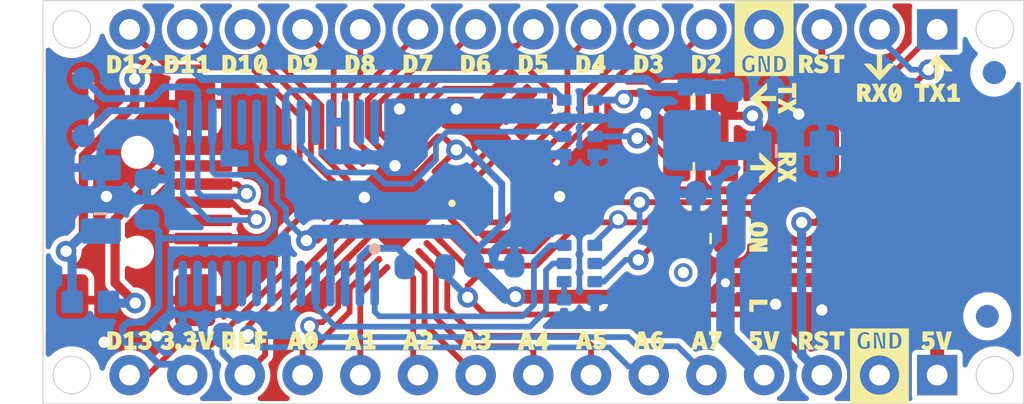
<source format=kicad_pcb>
(kicad_pcb (version 20240108) (generator "pcbnew") (generator_version "8.0")
  (layers (0 "F.Cu" signal) (31 "B.Cu" signal) (34 "B.Paste" user) (35 "F.Paste" user) (36 "B.SilkS" user "B.Silkscreen") (37 "F.SilkS" user "F.Silkscreen") (38 "B.Mask" user) (39 "F.Mask" user) (44 "Edge.Cuts" user))
  (net 0 "")
  (net 1 "/AREF")
  (net 2 "/RESET")
  (net 3 "Net-(IC1-DTR#)")
  (net 4 "Net-(D+0-P$1)")
  (net 5 "Net-(D-0-P$1)")
  (net 6 "Net-(J3-VBUS)")
  (net 7 "/RX")
  (net 9 "/TX")
  (net 11 "Net-(IC1-CBUS1)")
  (net 20 "Net-(IC1-CBUS0)")
  (net 24 "COM")
  (net 25 "+5V")
  (net 26 "3V3")
  (net 27 "/D3")
  (net 28 "VUSB")
  (net 29 "/D4")
  (net 30 "Net-(IC3-PB7(XTAL2{slash}TOSC2))")
  (net 31 "Net-(IC3-PB6(XTAL1{slash}TOSC1))")
  (net 32 "/D5")
  (net 33 "/D6")
  (net 34 "/D7")
  (net 35 "/D8")
  (net 36 "/D9")
  (net 37 "/D10")
  (net 38 "/D11{slash}MOSI")
  (net 39 "/D12{slash}MISO")
  (net 40 "/D13{slash}SCK")
  (net 41 "/A6")
  (net 42 "/A7")
  (net 43 "/A0")
  (net 44 "/A1")
  (net 45 "/A2")
  (net 46 "/A3")
  (net 47 "/A4")
  (net 48 "/A5")
  (net 49 "/D0{slash}RX")
  (net 50 "/D1{slash}TX")
  (net 51 "/D2")
  (net 53 "Net-(RP1C-1)")
  (net 54 "Net-(RP2B-2)")
  (net 55 "Net-(RP2D-2)")
  (footprint "NanoV3.3:Fiducial_1mm_Mask1.5mm" (layer "F.Cu") (at 167.6146 95.885)
    (property "Reference" "FD2" (hide yes))
    (property "Value" "DNP" (hide yes))
  )
  (footprint "NanoV3.3:LED_0805_2012Metric" (layer "F.Cu") (at 154.686 97.028 90)
    (property "Reference" "TX0" (hide yes))
    (property "Value" "Green" (hide yes))
  )
  (footprint "NanoV3.3:Silkscreen_Front" (layer "F.Cu") (at 147.32 101.6)
    (property "Reference" "Silkscreen_Front" (hide yes))
    (property "Value" "Silkscreen_Back" (hide yes))
  )
  (footprint "NanoV3.3:LED_0805_2012Metric" (layer "F.Cu") (at 154.686 100.076 90)
    (property "Reference" "RX0" (hide yes))
    (property "Value" "Red" (hide yes))
  )
  (footprint "NanoV3.3:Resonator_SMD_Murata_CSTxExxV-3Pin_3.0x1.1mm" (layer "F.Cu") (at 146.5834 97.2836 -45)
    (property "Reference" "Y1" (hide yes))
    (property "Value" "16MHz" (hide yes))
  )
  (footprint "NanoV3.3:USB_Mini-B_Lumberg_2486_01_Horizontal" (layer "F.Cu") (at 132.7912 103.2002 90)
    (property "Reference" "J3" (hide yes))
    (property "Value" "Conn_Mini_USB" (hide yes))
  )
  (footprint "NanoV3.3:TestPoint_Pad_D1.0mm" (layer "F.Cu") (at 127.508 98.679)
    (property "Reference" "D+0" (hide yes))
    (property "Value" "DNP" (hide yes))
  )
  (footprint "NanoV3.3:LED_0805_2012Metric" (layer "F.Cu") (at 154.825 103.2 -90)
    (property "Reference" "PWR1" (hide yes))
    (property "Value" "Green" (hide yes))
  )
  (footprint "NanoV3.3:VQFN-32-1EP_5x5mm_P0.5mm_EP3.254x3.254mm" (layer "F.Cu") (at 141.224 101.6508 -135)
    (property "Reference" "IC3" (hide yes))
    (property "Value" "328P-MUR" (hide yes))
  )
  (footprint "NanoV3.3:TestPoint_Pad_D1.0mm" (layer "F.Cu") (at 127.508 96.139)
    (property "Reference" "D-0" (hide yes))
    (property "Value" "DNP" (hide yes))
  )
  (footprint "NanoV3.3:Fiducial_1mm_Mask1.5mm" (layer "F.Cu") (at 163.2458 106.3752 -90)
    (property "Reference" "FD1" (hide yes))
    (property "Value" "DNP" (hide yes))
  )
  (footprint "NanoV3.3:C_0603_1608Metric" (layer "B.Cu") (at 145.5928 104.3686)
    (property "Reference" "C3" (hide yes))
    (property "Value" "1uF" (hide yes))
  )
  (footprint "NanoV3.3:Fiducial_1mm_Mask1.5mm" (layer "B.Cu") (at 167.3098 106.6292 90)
    (property "Reference" "FD3" (hide yes))
    (property "Value" "DNP" (hide yes))
  )
  (footprint "NanoV3.3:DO-220AA" (layer "B.Cu") (at 154.305 98.171 90)
    (property "Reference" "D1" (hide yes))
    (property "Value" "SS1P3L" (hide yes))
  )
  (footprint "NanoV3.3:PinHeader_1x15_P2.54mm_Vertical" (layer "B.Cu") (at 147.32 93.98 180)
    (property "Reference" "J1" (hide yes))
    (property "Value" "Conn_1x15" (hide yes))
  )
  (footprint "NanoV3.3:C_0603_1608Metric" (layer "B.Cu") (at 142.5448 104.4448 180)
    (property "Reference" "C4" (hide yes))
    (property "Value" "100nF" (hide yes))
  )
  (footprint "NanoV3.3:R_CAY16-4" (layer "B.Cu") (at 149.352 98.298 90)
    (property "Reference" "RP2" (hide yes))
    (property "Value" "1K" (hide yes))
  )
  (footprint "NanoV3.3:C_0603_1608Metric" (layer "B.Cu") (at 157.0228 96.647)
    (property "Reference" "C9" (hide yes))
    (property "Value" "100nF" (hide yes))
  )
  (footprint "NanoV3.3:C_0603_1608Metric" (layer "B.Cu") (at 132.765 107.4674 180)
    (property "Reference" "C1" (hide yes))
    (property "Value" "100nF" (hide yes))
  )
  (footprint "NanoV3.3:CP_EIA-3216-18_Kemet-A" (layer "B.Cu") (at 128.27 102.87 90)
    (property "Reference" "C2" (hide yes))
    (property "Value" "4,7uF_16V" (hide yes))
  )
  (footprint "NanoV3.3:PinHeader_1x15_P2.54mm_Vertical" (layer "B.Cu") (at 147.32 109.22 180)
    (property "Reference" "J2" (hide yes))
    (property "Value" "Conn_1x15" (hide yes))
  )
  (footprint "NanoV3.3:R_CAY16-4" (layer "B.Cu") (at 149.35 104.7 -90)
    (property "Reference" "RP1" (hide yes))
    (property "Value" "1K" (hide yes))
  )
  (footprint "NanoV3.3:Fiducial_1mm_Mask1.5mm" (layer "B.Cu") (at 167.6146 95.885 90)
    (property "Reference" "FD4" (hide yes))
    (property "Value" "DNP" (hide yes))
  )
  (footprint "NanoV3.3:SSOP-28_5.3x10.2mm_P0.65mm" (layer "B.Cu") (at 140.335 105.1814 180)
    (property "Reference" "IC1" (hide yes))
    (property "Value" "FT232RL" (hide yes))
  )
  (footprint "NanoV3.3:Fuse_0603_1608Metric" (layer "B.Cu") (at 127.8128 105.9942)
    (property "Reference" "F1" (hide yes))
    (property "Value" "MFFSMF050" (hide yes))
  )
  (footprint "NanoV3.3:C_0603_1608Metric" (layer "B.Cu") (at 130.302 101.473 -90)
    (property "Reference" "C6" (hide yes))
    (property "Value" "100nF" (hide yes))
  )
  (footprint "NanoV3.3:CP_EIA-3216-18_Kemet-A" (layer "B.Cu") (at 157.2514 99.3394)
    (property "Reference" "C5" (hide yes))
    (property "Value" "4,7uF_16V" (hide yes))
  )
  (footprint "NanoV3.3:C_0603_1608Metric" (layer "B.Cu") (at 155.3718 101.219 180)
    (property "Reference" "C7" (hide yes))
    (property "Value" "1uF" (hide yes))
  )
  (gr_circle (center 167.64 109.22) (end 168.4655 109.22) (stroke (width 0.05)) (fill none) (layer "Edge.Cuts"))
  (gr_line (start 125.73 92.71) (end 125.73 110.49) (stroke (width 0.05)) (layer "Edge.Cuts"))
  (gr_circle (center 127 109.22) (end 127.8255 109.22) (stroke (width 0.05)) (fill none) (layer "Edge.Cuts"))
  (gr_line (start 168.91 110.49) (end 168.91 92.71) (stroke (width 0.05)) (layer "Edge.Cuts"))
  (gr_circle (center 127 93.98) (end 127.8255 93.98) (stroke (width 0.05)) (fill none) (layer "Edge.Cuts"))
  (gr_circle (center 167.64 93.98) (end 168.4655 93.98) (stroke (width 0.05)) (fill none) (layer "Edge.Cuts"))
  (gr_line (start 168.91 92.71) (end 125.73 92.71) (stroke (width 0.05)) (layer "Edge.Cuts"))
  (gr_line (start 125.73 110.49) (end 168.91 110.49) (stroke (width 0.05)) (layer "Edge.Cuts"))
  (segment (start 139.314812 103.206435) (end 135.508999 107.012248) (width 0.254) (layer "F.Cu") (net 1))
  (segment (start 135.508999 108.331001) (end 134.62 109.22) (width 0.254) (layer "F.Cu") (net 1))
  (segment (start 135.508999 107.012248) (end 135.508999 108.331001) (width 0.254) (layer "F.Cu") (net 1))
  (segment (start 133.654 107.4674) (end 133.654 108.254) (width 0.3048) (layer "B.Cu") (net 1))
  (segment (start 133.654 108.254) (end 134.62 109.22) (width 0.3048) (layer "B.Cu") (net 1))
  (segment (start 157.349 106.549) (end 160.02 109.22) (width 0.254) (layer "F.Cu") (net 2))
  (segment (start 144.43 105.79) (end 145.189 106.549) (width 0.254) (layer "F.Cu") (net 2))
  (segment (start 161.163 97.155) (end 161.163 101.092) (width 0.3048) (layer "F.Cu") (net 2))
  (segment (start 160.02 93.98) (end 160.02 96.012) (width 0.3048) (layer "F.Cu") (net 2))
  (segment (start 144.43 105.79) (end 144.43 105.27675) (width 0.254) (layer "F.Cu") (net 2))
  (segment (start 160.02 96.012) (end 161.163 97.155) (width 0.3048) (layer "F.Cu") (net 2))
  (segment (start 159.766 102.489) (end 159.131 102.489) (width 0.3048) (layer "F.Cu") (net 2))
  (segment (start 144.81675 104.89) (end 143.133187 103.206438) (width 0.254) (layer "F.Cu") (net 2))
  (segment (start 144.43 105.27675) (end 144.81675 104.89) (width 0.254) (layer "F.Cu") (net 2))
  (segment (start 145.189 106.549) (end 157.349 106.549) (width 0.254) (layer "F.Cu") (net 2))
  (segment (start 161.163 101.092) (end 159.766 102.489) (width 0.3048) (layer "F.Cu") (net 2))
  (via (at 159.131 102.489) (size 0.9064) (drill 0.5) (layers "F.Cu" "B.Cu") (net 2))
  (via (at 144.43 105.79) (size 0.9064) (drill 0.5) (layers "F.Cu" "B.Cu") (net 2))
  (segment (start 143.4338 104.4448) (end 143.4338 104.7938) (width 0.3048) (layer "B.Cu") (net 2))
  (segment (start 143.4338 104.7938) (end 144.43 105.79) (width 0.3048) (layer "B.Cu") (net 2))
  (segment (start 159.131 108.331) (end 160.02 109.22) (width 0.4064) (layer "B.Cu") (net 2))
  (segment (start 159.131 102.489) (end 159.131 108.331) (width 0.4064) (layer "B.Cu") (net 2))
  (segment (start 141.351 103.632) (end 141.6558 103.9368) (width 0.3048) (layer "B.Cu") (net 3))
  (segment (start 139.6848 104.025717) (end 139.6848 105.1814) (width 0.3048) (layer "B.Cu") (net 3))
  (segment (start 140.078517 103.632) (end 139.6848 104.025717) (width 0.3048) (layer "B.Cu") (net 3))
  (segment (start 141.351 103.632) (end 140.078517 103.632) (width 0.3048) (layer "B.Cu") (net 3))
  (segment (start 141.6558 103.9368) (end 141.6558 104.4448) (width 0.3048) (layer "B.Cu") (net 3))
  (segment (start 134.467981 102.0318) (end 134.7978 102.0318) (width 0.254) (layer "F.Cu") (net 4))
  (segment (start 134.036381 101.6002) (end 134.467981 102.0318) (width 0.254) (layer "F.Cu") (net 4))
  (segment (start 132.7912 101.6002) (end 134.036381 101.6002) (width 0.254) (layer "F.Cu") (net 4))
  (segment (start 134.7978 102.0318) (end 135.128 102.362) (width 0.254) (layer "F.Cu") (net 4))
  (via (at 135.128 102.362) (size 0.8128) (drill 0.5) (layers "F.Cu" "B.Cu") (net 4))
  (segment (start 131.8895 98.171) (end 131.8895 101.2495) (width 0.254) (layer "B.Cu") (net 4))
  (segment (start 131.3769 97.5614) (end 131.8849 98.0694) (width 0.3048) (layer "B.Cu") (net 4))
  (segment (start 133.03 102.39) (end 135.1 102.39) (width 0.254) (layer "B.Cu") (net 4))
  (segment (start 131.8895 101.2495) (end 133.03 102.39) (width 0.254) (layer "B.Cu") (net 4))
  (segment (start 127.508 98.679) (end 128.6256 97.5614) (width 0.3048) (layer "B.Cu") (net 4))
  (segment (start 128.6256 97.5614) (end 131.3769 97.5614) (width 0.3048) (layer "B.Cu") (net 4))
  (segment (start 135.1 102.39) (end 135.128 102.362) (width 0.254) (layer "B.Cu") (net 4))
  (segment (start 132.7912 100.8002) (end 134.2774 100.8002) (width 0.254) (layer "F.Cu") (net 5))
  (segment (start 134.2774 100.8002) (end 134.6962 101.219) (width 0.254) (layer "F.Cu") (net 5))
  (via (at 134.6962 101.219) (size 0.8128) (drill 0.5) (layers "F.Cu" "B.Cu") (net 5))
  (segment (start 128.397 97.028) (end 127.508 96.139) (width 0.3048) (layer "B.Cu") (net 5))
  (segment (start 132.5352 98.0694) (end 132.5352 96.7212) (width 0.3048) (layer "B.Cu") (net 5))
  (segment (start 131.064 96.52) (end 132.334 96.52) (width 0.3048) (layer "B.Cu") (net 5))
  (segment (start 131.064 96.52) (end 130.556 97.028) (width 0.3048) (layer "B.Cu") (net 5))
  (segment (start 132.7404 101.346) (end 134.5692 101.346) (width 0.254) (layer "B.Cu") (net 5))
  (segment (start 132.5372 101.1428) (end 132.7404 101.346) (width 0.254) (layer "B.Cu") (net 5))
  (segment (start 134.5692 101.346) (end 134.6962 101.219) (width 0.254) (layer "B.Cu") (net 5))
  (segment (start 130.556 97.028) (end 128.397 97.028) (width 0.3048) (layer "B.Cu") (net 5))
  (segment (start 132.5352 96.7212) (end 132.334 96.52) (width 0.3048) (layer "B.Cu") (net 5))
  (segment (start 132.5372 98.0567) (end 132.5372 101.1428) (width 0.254) (layer "B.Cu") (net 5))
  (segment (start 132.7912 100.0002) (end 131.2668 100.0002) (width 0.4064) (layer "F.Cu") (net 6))
  (segment (start 128.905 105.156) (end 129.794 106.045) (width 0.4064) (layer "F.Cu") (net 6))
  (segment (start 131.2668 100.0002) (end 128.905 102.362) (width 0.4064) (layer "F.Cu") (net 6))
  (segment (start 128.905 102.362) (end 128.905 105.156) (width 0.4064) (layer "F.Cu") (net 6))
  (via (at 129.794 106.045) (size 0.9064) (drill 0.5) (layers "F.Cu" "B.Cu") (net 6))
  (segment (start 128.6636 106.045) (end 129.794 106.045) (width 0.4064) (layer "B.Cu") (net 6))
  (segment (start 140.5382 106.6292) (end 146.8374 106.6292) (width 0.254) (layer "B.Cu") (net 7))
  (segment (start 148.677 103.4988) (end 148.0628 103.4988) (width 0.254) (layer "B.Cu") (net 7))
  (segment (start 147.3454 106.1212) (end 147.3454 104.2162) (width 0.254) (layer "B.Cu") (net 7))
  (segment (start 146.8374 106.6292) (end 147.3454 106.1212) (width 0.254) (layer "B.Cu") (net 7))
  (segment (start 140.335 106.426) (end 140.5382 106.6292) (width 0.254) (layer "B.Cu") (net 7))
  (segment (start 148.0628 103.4988) (end 147.3454 104.2162) (width 0.254) (layer "B.Cu") (net 7))
  (segment (start 140.335 106.426) (end 140.335 105.1814) (width 0.254) (layer "B.Cu") (net 7))
  (segment (start 148.1772 104.2988) (end 148.677 104.2988) (width 0.254) (layer "B.Cu") (net 9))
  (segment (start 138.6078 107.0864) (end 147.1676 107.0864) (width 0.254) (layer "B.Cu") (net 9))
  (segment (start 147.1676 107.0864) (end 147.8788 106.3752) (width 0.254) (layer "B.Cu") (net 9))
  (segment (start 147.8788 106.3752) (end 147.8788 104.5972) (width 0.254) (layer "B.Cu") (net 9))
  (segment (start 147.8788 104.5972) (end 148.1772 104.2988) (width 0.254) (layer "B.Cu") (net 9))
  (segment (start 137.7348 105.1814) (end 137.7348 106.2134) (width 0.254) (layer "B.Cu") (net 9))
  (segment (start 137.7348 106.2134) (end 138.6078 107.0864) (width 0.254) (layer "B.Cu") (net 9))
  (segment (start 148.677 97.098) (end 148.2514 96.6724) (width 0.254) (layer "B.Cu") (net 11))
  (segment (start 136.6774 96.6724) (end 136.4353 96.9145) (width 0.254) (layer "B.Cu") (net 11))
  (segment (start 148.2514 96.6724) (end 136.6774 96.6724) (width 0.254) (layer "B.Cu") (net 11))
  (segment (start 136.4353 96.9145) (end 136.4353 98.0694) (width 0.254) (layer "B.Cu") (net 11))
  (segment (start 140.28 100.29) (end 138.23 100.29) (width 0.254) (layer "B.Cu") (net 20))
  (segment (start 148.658 98.679) (end 148.319 98.679) (width 0.254) (layer "B.Cu") (net 20))
  (segment (start 137.0851 99.1451) (end 138.23 100.29) (width 0.254) (layer "B.Cu") (net 20))
  (segment (start 140.78 100.79) (end 140.28 100.29) (width 0.254) (layer "B.Cu") (net 20))
  (segment (start 141.98 100.79) (end 140.78 100.79) (width 0.254) (layer "B.Cu") (net 20))
  (segment (start 148.13 98.49) (end 143.53 98.49) (width 0.254) (layer "B.Cu") (net 20))
  (segment (start 143.03 99.74) (end 143.03 98.99) (width 0.254) (layer "B.Cu") (net 20))
  (segment (start 137.0851 98.0694) (end 137.0851 99.1451) (width 0.254) (layer "B.Cu") (net 20))
  (segment (start 141.98 100.79) (end 143.03 99.74) (width 0.254) (layer "B.Cu") (net 20))
  (segment (start 148.658 98.679) (end 148.677 98.698) (width 0.254) (layer "B.Cu") (net 20))
  (segment (start 143.03 98.99) (end 143.53 98.49) (width 0.254) (layer "B.Cu") (net 20))
  (segment (start 148.319 98.679) (end 148.13 98.49) (width 0.254) (layer "B.Cu") (net 20))
  (segment (start 142.779635 99.741612) (end 141.224 101.297247) (width 0.254) (layer "F.Cu") (net 24))
  (segment (start 132.7912 103.2002) (end 132.7912 103.8606) (width 0.4064) (layer "F.Cu") (net 24))
  (segment (start 142.28466 101.6508) (end 141.224 101.6508) (width 0.254) (layer "F.Cu") (net 24))
  (segment (start 143.486742 100.448718) (end 142.28466 101.6508) (width 0.254) (layer "F.Cu") (net 24))
  (segment (start 141.224 102.004353) (end 141.224 101.6508) (width 0.254) (layer "F.Cu") (net 24))
  (segment (start 132.4312 104.2206) (end 132.7912 103.8606) (width 0.4064) (layer "F.Cu") (net 24))
  (segment (start 132.4312 105.9177) (end 132.4312 104.2206) (width 0.4064) (layer "F.Cu") (net 24))
  (segment (start 141.224 101.297247) (end 141.224 101.6508) (width 0.254) (layer "F.Cu") (net 24))
  (segment (start 139.668365 103.559988) (end 141.224 102.004353) (width 0.254) (layer "F.Cu") (net 24))
  (via (at 141.23 99.99) (size 0.9064) (drill 0.5) (layers "F.Cu" "B.Cu") (net 24))
  (via (at 148.475 101.35) (size 0.8128) (drill 0.5) (layers "F.Cu" "B.Cu") (net 24))
  (via (at 141.43 97.49) (size 0.9064) (drill 0.5) (layers "F.Cu" "B.Cu") (net 24))
  (via (at 157.988 106.0958) (size 0.8128) (drill 0.5) (layers "F.Cu" "B.Cu") (net 24))
  (via (at 139.88 101.39) (size 0.9064) (drill 0.5) (layers "F.Cu" "B.Cu") (net 24))
  (via (at 128.524 101.346) (size 0.9064) (drill 0.5) (layers "F.Cu" "B.Cu") (net 24))
  (via (at 143.93 97.49) (size 0.9064) (drill 0.5) (layers "F.Cu" "B.Cu") (net 24))
  (via (at 152.273 97.6884) (size 0.8128) (drill 0.5) (layers "F.Cu" "B.Cu") (net 24))
  (via (at 130.73 107.49) (size 0.9064) (drill 0.5) (layers "F.Cu" "B.Cu") (net 24))
  (via (at 128.4224 107.7722) (size 0.8128) (drill 0.5) (layers "F.Cu" "B.Cu") (net 24))
  (via (at 136.23 99.74) (size 0.9064) (drill 0.5) (layers "F.Cu" "B.Cu") (net 24))
  (via (at 160.02 106.3498) (size 0.8128) (drill 0.5) (layers "F.Cu" "B.Cu") (net 24))
  (via (at 159.004 97.7138) (size 0.8128) (drill 0.5) (layers "F.Cu" "B.Cu") (net 24))
  (segment (start 148.677 97.898) (end 150.027 97.898) (width 0.4064) (layer "B.Cu") (net 24))
  (segment (start 155.736011 100.076) (end 155.736011 97.028) (width 0.3556) (layer "F.Cu") (net 25))
  (segment (start 143.93 99.298353) (end 143.93 99.29) (width 0.254) (layer "F.Cu") (net 25))
  (segment (start 143.133188 100.095165) (end 143.93 99.298353) (width 0.254) (layer "F.Cu") (net 25))
  (segment (start 155.1624 105.7656) (end 146.5326 105.7656) (width 0.6096) (layer "F.Cu") (net 25))
  (segment (start 138.607705 102.499328) (end 137.817033 103.29) (width 0.254) (layer "F.Cu") (net 25))
  (segment (start 155.778 105.15) (end 155.1624 105.7656) (width 0.6096) (layer "F.Cu") (net 25))
  (segment (start 156.972 97.79) (end 155.736011 97.79) (width 0.3556) (layer "F.Cu") (net 25))
  (segment (start 155.778 105.15) (end 155.899 105.029) (width 0.6096) (layer "F.Cu") (net 25))
  (segment (start 160.410026 105.029) (end 160.432126 105.0069) (width 0.6096) (layer "F.Cu") (net 25))
  (segment (start 155.899 105.029) (end 160.410026 105.029) (width 0.6096) (layer "F.Cu") (net 25))
  (segment (start 143.3444 98.7044) (end 143.93 99.29) (width 0.254) (layer "F.Cu") (net 25))
  (segment (start 165.1 106.300053) (end 165.1 109.22) (width 0.6096) (layer "F.Cu") (net 25))
  (segment (start 160.432126 105.0069) (end 163.806847 105.0069) (width 0.6096) (layer "F.Cu") (net 25))
  (segment (start 163.806847 105.0069) (end 165.1 106.300053) (width 0.6096) (layer "F.Cu") (net 25))
  (segment (start 137.817033 103.29) (end 137.33 103.29) (width 0.254) (layer "F.Cu") (net 25))
  (segment (start 142.426082 99.388058) (end 143.10974 98.7044) (width 0.254) (layer "F.Cu") (net 25))
  (segment (start 143.10974 98.7044) (end 143.3444 98.7044) (width 0.254) (layer "F.Cu") (net 25))
  (via (at 143.93 99.29) (size 0.9064) (drill 0.5) (layers "F.Cu" "B.Cu") (net 25))
  (via (at 156.972 97.79) (size 0.9064) (drill 0.5) (layers "F.Cu" "B.Cu") (net 25))
  (via (at 155.778 105.15) (size 0.8) (drill 0.4) (layers "F.Cu" "B.Cu") (net 25))
  (via (at 137.33 103.29) (size 0.9064) (drill 0.5) (layers "F.Cu" "B.Cu") (net 25))
  (via (at 146.5326 105.7656) (size 0.9064) (drill 0.5) (layers "F.Cu" "B.Cu") (net 25))
  (segment (start 148.677 105.0988) (end 148.677 105.8988) (width 0.254) (layer "B.Cu") (net 25))
  (segment (start 157.2514 98.0694) (end 157.2514 99.3394) (width 0.3556) (layer "B.Cu") (net 25))
  (segment (start 135.1351 98.0694) (end 135.1351 99.7849) (width 0.254) (layer "B.Cu") (net 25))
  (segment (start 146.1008 105.7656) (end 144.7038 104.3686) (width 0.6096) (layer "B.Cu") (net 25))
  (segment (start 154.305 98.871) (end 154.7734 99.3394) (width 0.8128) (layer "B.Cu") (net 25))
  (segment (start 155.778 105.15) (end 155.778 107.518) (width 0.8128) (layer "B.Cu") (net 25))
  (segment (start 136.43 102.39) (end 137.33 103.29) (width 0.254) (layer "B.Cu") (net 25))
  (segment (start 157.2514 100.2284) (end 156.2608 101.219) (width 0.8128) (layer "B.Cu") (net 25))
  (segment (start 145.93 102.59) (end 145.93 100.79) (width 0.3048) (layer "B.Cu") (net 25))
  (segment (start 136.03 101.49) (end 136.03 100.6798) (width 0.254) (layer "B.Cu") (net 25))
  (segment (start 136.43 101.89) (end 136.03 101.49) (width 0.254) (layer "B.Cu") (net 25))
  (segment (start 137.723 102.897) (end 137.33 103.29) (width 0.6096) (layer "B.Cu") (net 25))
  (segment (start 145.7364 102.7836) (end 145.93 102.59) (width 0.3048) (layer "B.Cu") (net 25))
  (segment (start 136.43 101.89) (end 136.43 102.39) (width 0.254) (layer "B.Cu") (net 25))
  (segment (start 144.7038 103.8098) (end 144.7038 104.3686) (width 0.6096) (layer "B.Cu") (net 25))
  (segment (start 155.778 107.518) (end 157.48 109.22) (width 0.8128) (layer "B.Cu") (net 25))
  (segment (start 145.73 102.7836) (end 145.7364 102.7836) (width 0.3048) (layer "B.Cu") (net 25))
  (segment (start 154.7734 99.3394) (end 157.2514 99.3394) (width 0.8128) (layer "B.Cu") (net 25))
  (segment (start 156.2608 103.5302) (end 156.2608 101.219) (width 0.8128) (layer "B.Cu") (net 25))
  (segment (start 155.778 105.15) (end 155.778 104.013) (width 0.8128) (layer "B.Cu") (net 25))
  (segment (start 138.384991 105.1814) (end 138.384991 102.897) (width 0.3048) (layer "B.Cu") (net 25))
  (segment (start 146.5326 105.7656) (end 146.1008 105.7656) (width 0.6096) (layer "B.Cu") (net 25))
  (segment (start 145.73 102.7836) (end 144.7038 103.8098) (width 0.3048) (layer "B.Cu") (net 25))
  (segment (start 144.43 99.29) (end 143.93 99.29) (width 0.3048) (layer "B.Cu") (net 25))
  (segment (start 136.03 100.6798) (end 135.1351 99.7849) (width 0.254) (layer "B.Cu") (net 25))
  (segment (start 143.891 102.897) (end 137.723 102.897) (width 0.6096) (layer "B.Cu") (net 25))
  (segment (start 144.7038 103.8098) (end 143.891 102.897) (width 0.6096) (layer "B.Cu") (net 25))
  (segment (start 157.2514 99.3394) (end 157.2514 100.2284) (width 0.8128) (layer "B.Cu") (net 25))
  (segment (start 156.972 97.79) (end 157.2514 98.0694) (width 0.3556) (layer "B.Cu") (net 25))
  (segment (start 145.93 100.79) (end 144.43 99.29) (width 0.3048) (layer "B.Cu") (net 25))
  (segment (start 155.778 104.013) (end 156.2608 103.5302) (width 0.8128) (layer "B.Cu") (net 25))
  (segment (start 129.48 106.89) (end 129.23 107.14) (width 0.3048) (layer "B.Cu") (net 26))
  (segment (start 133.1849 100.2449) (end 133.33 100.39) (width 0.254) (layer "B.Cu") (net 26))
  (segment (start 133.33 100.39) (end 135.0356 100.39) (width 0.254) (layer "B.Cu") (net 26))
  (segment (start 130.83 106.19) (end 130.13 106.89) (width 0.3048) (layer "B.Cu") (net 26))
  (segment (start 130.13 106.89) (end 129.48 106.89) (width 0.3048) (layer "B.Cu") (net 26))
  (segment (start 130.03 107.94) (end 130.83 108.74) (width 0.3048) (layer "B.Cu") (net 26))
  (segment (start 135.0356 100.39) (end 135.0356 100.3956) (width 0.254) (layer "B.Cu") (net 26))
  (segment (start 129.23 107.14) (end 129.23 107.69) (width 0.3048) (layer "B.Cu") (net 26))
  (segment (start 130.83 102.89) (end 130.83 106.19) (width 0.3048) (layer "B.Cu") (net 26))
  (segment (start 129.48 107.94) (end 130.03 107.94) (width 0.3048) (layer "B.Cu") (net 26))
  (segment (start 130.302 102.362) (end 130.83 102.89) (width 0.3048) (layer "B.Cu") (net 26))
  (segment (start 135.93 102.69) (end 135.43 103.19) (width 0.254) (layer "B.Cu") (net 26))
  (segment (start 135.93 102.04) (end 135.53 101.64) (width 0.254) (layer "B.Cu") (net 26))
  (segment (start 135.430006 103.189989) (end 130.82999 103.189989) (width 0.254) (layer "B.Cu") (net 26))
  (segment (start 133.1849 98.0694) (end 133.1849 100.2449) (width 0.254) (layer "B.Cu") (net 26))
  (segment (start 130.83 108.74) (end 131.6 108.74) (width 0.3048) (layer "B.Cu") (net 26))
  (segment (start 132.08 109.22) (end 131.599991 108.739991) (width 0.3048) (layer "B.Cu") (net 26))
  (segment (start 135.93 102.69) (end 135.93 102.04) (width 0.254) (layer "B.Cu") (net 26))
  (segment (start 135.0356 100.3956) (end 135.53 100.89) (width 0.254) (layer "B.Cu") (net 26))
  (segment (start 135.53 101.64) (end 135.53 100.89) (width 0.254) (layer "B.Cu") (net 26))
  (segment (start 129.23 107.69) (end 129.48 107.94) (width 0.3048) (layer "B.Cu") (net 26))
  (segment (start 145.559673 99.79) (end 147.352 99.79) (width 0.254) (layer "F.Cu") (net 27))
  (segment (start 144.193848 101.155825) (end 145.559673 99.79) (width 0.254) (layer "F.Cu") (net 27))
  (segment (start 149.4282 96.9518) (end 149.4282 97.7138) (width 0.254) (layer "F.Cu") (net 27))
  (segment (start 149.4282 97.7138) (end 147.352 99.79) (width 0.254) (layer "F.Cu") (net 27))
  (segment (start 152.4 93.98) (end 149.4282 96.9518) (width 0.254) (layer "F.Cu") (net 27))
  (segment (start 129.7686 96.1644) (end 129.7686 97.3074) (width 0.4064) (layer "F.Cu") (net 28))
  (segment (start 127.508 99.568) (end 127.508 102.997) (width 0.4064) (layer "F.Cu") (net 28))
  (segment (start 127.508 99.568) (end 129.7686 97.3074) (width 0.4064) (layer "F.Cu") (net 28))
  (segment (start 127.508 102.997) (end 126.746 103.759) (width 0.4064) (layer "F.Cu") (net 28))
  (via (at 129.7686 96.1644) (size 0.9064) (drill 0.5) (layers "F.Cu" "B.Cu") (net 28))
  (via (at 126.746 103.759) (size 0.9064) (drill 0.5) (layers "F.Cu" "B.Cu") (net 28))
  (segment (start 154.304 96.52) (end 152.6794 96.52) (width 0.3556) (layer "B.Cu") (net 28))
  (segment (start 127.0128 104.0258) (end 126.746 103.759) (width 0.4064) (layer "B.Cu") (net 28))
  (segment (start 152.2984 96.1644) (end 132.7404 96.1644) (width 0.3556) (layer "B.Cu") (net 28))
  (segment (start 152.6794 96.52) (end 152.4762 96.3168) (width 0.3556) (layer "B.Cu") (net 28))
  (segment (start 128.27 102.87) (end 127.635 102.87) (width 0.4064) (layer "B.Cu") (net 28))
  (segment (start 132.334 95.758) (end 130.175 95.758) (width 0.3556) (layer "B.Cu") (net 28))
  (segment (start 127.0128 105.9942) (end 127.0128 104.0258) (width 0.4064) (layer "B.Cu") (net 28))
  (segment (start 127.635 102.87) (end 126.746 103.759) (width 0.4064) (layer "B.Cu") (net 28))
  (segment (start 132.7404 96.1644) (end 132.334 95.758) (width 0.3556) (layer "B.Cu") (net 28))
  (segment (start 152.2984 96.1644) (end 152.4762 96.3168) (width 0.3556) (layer "B.Cu") (net 28))
  (segment (start 130.175 95.758) (end 129.7686 96.1644) (width 0.3556) (layer "B.Cu") (net 28))
  (segment (start 156.0078 96.521) (end 154.305 96.521) (width 0.6096) (layer "B.Cu") (net 28))
  (segment (start 156.1338 96.647) (end 156.0078 96.521) (width 0.6096) (layer "B.Cu") (net 28))
  (segment (start 143.840295 100.802272) (end 145.352567 99.29) (width 0.254) (layer "F.Cu") (net 29))
  (segment (start 149.86 93.98) (end 149.86 94.234) (width 0.254) (layer "F.Cu") (net 29))
  (segment (start 145.352567 99.29) (end 147.1662 99.29) (width 0.254) (layer "F.Cu") (net 29))
  (segment (start 148.8186 95.2754) (end 148.8186 97.6376) (width 0.254) (layer "F.Cu") (net 29))
  (segment (start 148.8186 97.6376) (end 147.1662 99.29) (width 0.254) (layer "F.Cu") (net 29))
  (segment (start 149.86 94.234) (end 148.8186 95.2754) (width 0.254) (layer "F.Cu") (net 29))
  (segment (start 146.23 95.19) (end 145.281 96.139) (width 0.254) (layer "F.Cu") (net 30))
  (segment (start 148.0566 96.6978) (end 146.5488 95.19) (width 0.254) (layer "F.Cu") (net 30))
  (segment (start 142.43 96.89) (end 142.43 97.969927) (width 0.254) (layer "F.Cu") (net 30))
  (segment (start 148.0566 97.224614) (end 148.0566 96.6978) (width 0.254) (layer "F.Cu") (net 30))
  (segment (start 146.5488 95.19) (end 146.23 95.19) (width 0.254) (layer "F.Cu") (net 30))
  (segment (start 147.290507 97.990707) (end 148.0566 97.224614) (width 0.254) (layer "F.Cu") (net 30))
  (segment (start 143.181 96.139) (end 142.43 96.89) (width 0.254) (layer "F.Cu") (net 30))
  (segment (start 142.43 97.969927) (end 141.718975 98.680952) (width 0.254) (layer "F.Cu") (net 30))
  (segment (start 145.281 96.139) (end 143.181 96.139) (width 0.254) (layer "F.Cu") (net 30))
  (segment (start 142.93 97.0746) (end 143.40888 96.59572) (width 0.254) (layer "F.Cu") (net 31))
  (segment (start 142.93 98.177033) (end 142.93 97.0746) (width 0.254) (layer "F.Cu") (net 31))
  (segment (start 143.40888 96.59572) (end 145.857066 96.59572) (width 0.254) (layer "F.Cu") (net 31))
  (segment (start 142.072528 99.034505) (end 142.93 98.177033) (width 0.254) (layer "F.Cu") (net 31))
  (segment (start 146.5834 94.7166) (end 147.32 93.98) (width 0.254) (layer "F.Cu") (net 32))
  (segment (start 140.53 98.481927) (end 140.53 97.2394) (width 0.254) (layer "F.Cu") (net 32))
  (segment (start 142.08808 95.68228) (end 145.05892 95.68228) (width 0.254) (layer "F.Cu") (net 32))
  (segment (start 140.729025 98.680952) (end 140.53 98.481927) (width 0.254) (layer "F.Cu") (net 32))
  (segment (start 140.53 97.2394) (end 142.0876 95.6818) (width 0.254) (layer "F.Cu") (net 32))
  (segment (start 145.05892 95.68228) (end 146.0246 94.7166) (width 0.254) (layer "F.Cu") (net 32))
  (segment (start 146.0246 94.7166) (end 146.5834 94.7166) (width 0.254) (layer "F.Cu") (net 32))
  (segment (start 142.0876 95.6818) (end 142.08808 95.68228) (width 0.254) (layer "F.Cu") (net 32))
  (segment (start 143.5354 95.2246) (end 144.78 93.98) (width 0.254) (layer "F.Cu") (net 33))
  (segment (start 140.03 97.079) (end 141.8844 95.2246) (width 0.254) (layer "F.Cu") (net 33))
  (segment (start 140.03 98.689033) (end 140.03 97.079) (width 0.254) (layer "F.Cu") (net 33))
  (segment (start 140.375472 99.034505) (end 140.03 98.689033) (width 0.254) (layer "F.Cu") (net 33))
  (segment (start 141.8844 95.2246) (end 143.5354 95.2246) (width 0.254) (layer "F.Cu") (net 33))
  (segment (start 140.021918 99.388058) (end 139.53 98.89614) (width 0.254) (layer "F.Cu") (net 34))
  (segment (start 142.24 93.98) (end 142.24 94.18) (width 0.254) (layer "F.Cu") (net 34))
  (segment (start 139.53 98.89614) (end 139.53 96.89) (width 0.254) (layer "F.Cu") (net 34))
  (segment (start 139.53 96.89) (end 142.24 94.18) (width 0.254) (layer "F.Cu") (net 34))
  (segment (start 139.03 99.103247) (end 139.03 96.69) (width 0.254) (layer "F.Cu") (net 35))
  (segment (start 139.668365 99.741612) (end 139.03 99.103247) (width 0.254) (layer "F.Cu") (net 35))
  (segment (start 139.7 93.98) (end 139.7 96.02) (width 0.254) (layer "F.Cu") (net 35))
  (segment (start 139.7 96.02) (end 139.03 96.69) (width 0.254) (layer "F.Cu") (net 35))
  (segment (start 138.53 95.35) (end 137.16 93.98) (width 0.254) (layer "F.Cu") (net 36))
  (segment (start 139.314812 100.095165) (end 138.53 99.310353) (width 0.254) (layer "F.Cu") (net 36))
  (segment (start 138.53 99.310353) (end 138.53 95.35) (width 0.254) (layer "F.Cu") (net 36))
  (segment (start 138.961258 100.448718) (end 137.98672 99.47418) (width 0.254) (layer "F.Cu") (net 37))
  (segment (start 137.98672 99.47418) (end 137.98672 97.34672) (width 0.254) (layer "F.Cu") (net 37))
  (segment (start 137.98672 97.34672) (end 134.62 93.98) (width 0.254) (layer "F.Cu") (net 37))
  (segment (start 132.08 93.98) (end 133.29968 95.19968) (width 0.254) (layer "F.Cu") (net 38))
  (segment (start 137.53 97.5504) (end 135.1788 95.1992) (width 0.254) (layer "F.Cu") (net 38))
  (segment (start 133.29968 95.19968) (end 135.17832 95.19968) (width 0.254) (layer "F.Cu") (net 38))
  (segment (start 138.607705 100.802272) (end 137.53 99.724567) (width 0.254) (layer "F.Cu") (net 38))
  (segment (start 137.53 99.724567) (end 137.53 97.5504) (width 0.254) (layer "F.Cu") (net 38))
  (segment (start 135.17832 95.19968) (end 135.1788 95.1992) (width 0.254) (layer "F.Cu") (net 38))
  (segment (start 138.254152 101.155825) (end 137.03 99.931673) (width 0.254) (layer "F.Cu") (net 39))
  (segment (start 134.8994 95.6564) (end 131.2164 95.6564) (width 0.254) (layer "F.Cu") (net 39))
  (segment (start 137.03 97.787) (end 134.8994 95.6564) (width 0.254) (layer "F.Cu") (net 39))
  (segment (start 129.54 93.98) (end 131.2164 95.6564) (width 0.254) (layer "F.Cu") (net 39))
  (segment (start 137.03 99.931673) (end 137.03 97.787) (width 0.254) (layer "F.Cu") (net 39))
  (segment (start 130.35 109.22) (end 129.54 109.22) (width 0.254) (layer "F.Cu") (net 40))
  (segment (start 133.13 107.89) (end 136.43 104.59) (width 0.254) (layer "F.Cu") (net 40))
  (segment (start 137.174225 102.145775) (end 136.43 102.89) (width 0.254) (layer "F.Cu") (net 40))
  (segment (start 138.254152 102.145775) (end 137.174225 102.145775) (width 0.254) (layer "F.Cu") (net 40))
  (segment (start 131.68 107.89) (end 130.35 109.22) (width 0.254) (layer "F.Cu") (net 40))
  (segment (start 133.13 107.89) (end 131.68 107.89) (width 0.254) (layer "F.Cu") (net 40))
  (segment (start 136.43 104.59) (end 136.43 102.89) (width 0.254) (layer "F.Cu") (net 40))
  (segment (start 134.7724 107.04174) (end 134.7724 107.442) (width 0.254) (layer "F.Cu") (net 41))
  (segment (start 138.961258 102.852882) (end 134.7724 107.04174) (width 0.254) (layer "F.Cu") (net 41))
  (via (at 134.7724 107.442) (size 0.8128) (drill 0.5) (layers "F.Cu" "B.Cu") (net 41))
  (segment (start 135.3312 108.0008) (end 150.6728 108.0008) (width 0.254) (layer "B.Cu") (net 41))
  (segment (start 152.019 108.839) (end 152.4 109.22) (width 0.254) (layer "B.Cu") (net 41))
  (segment (start 134.7724 107.442) (end 135.3312 108.0008) (width 0.254) (layer "B.Cu") (net 41))
  (segment (start 150.6728 108.0008) (end 151.511 108.839) (width 0.254) (layer "B.Cu") (net 41))
  (segment (start 151.511 108.839) (end 152.019 108.839) (width 0.254) (layer "B.Cu") (net 41))
  (segment (start 140.021918 103.913542) (end 138.73 105.20546) (width 0.254) (layer "F.Cu") (net 42))
  (segment (start 138.73 105.20546) (end 138.73 106.19) (width 0.254) (layer "F.Cu") (net 42))
  (segment (start 137.6358 106.89) (end 138.03 106.89) (width 0.254) (layer "F.Cu") (net 42))
  (segment (start 137.4648 107.061) (end 137.6358 106.89) (width 0.254) (layer "F.Cu") (net 42))
  (segment (start 138.73 106.19) (end 138.03 106.89) (width 0.254) (layer "F.Cu") (net 42))
  (via (at 137.4648 107.061) (size 0.8128) (drill 0.5) (layers "F.Cu" "B.Cu") (net 42))
  (segment (start 153.67 107.95) (end 154.94 109.22) (width 0.254) (layer "B.Cu") (net 42))
  (segment (start 151.4856 107.5436) (end 151.892 107.95) (width 0.254) (layer "B.Cu") (net 42))
  (segment (start 151.892 107.95) (end 153.67 107.95) (width 0.254) (layer "B.Cu") (net 42))
  (segment (start 137.9474 107.5436) (end 137.4648 107.061) (width 0.254) (layer "B.Cu") (net 42))
  (segment (start 151.4856 107.5436) (end 137.9474 107.5436) (width 0.254) (layer "B.Cu") (net 42))
  (segment (start 139.23 105.412567) (end 139.23 106.4388) (width 0.254) (layer "F.Cu") (net 43))
  (segment (start 140.375472 104.267095) (end 139.23 105.412567) (width 0.254) (layer "F.Cu") (net 43))
  (segment (start 137.16 108.1024) (end 137.3124 107.95) (width 0.254) (layer "F.Cu") (net 43))
  (segment (start 139.23 106.4388) (end 137.7188 107.95) (width 0.254) (layer "F.Cu") (net 43))
  (segment (start 137.16 109.22) (end 137.16 108.1024) (width 0.254) (layer "F.Cu") (net 43))
  (segment (start 137.3124 107.95) (end 137.7188 107.95) (width 0.254) (layer "F.Cu") (net 43))
  (segment (start 139.7 105.649675) (end 140.729025 104.62065) (width 0.254) (layer "F.Cu") (net 44))
  (segment (start 139.7 109.22) (end 139.7 105.649675) (width 0.254) (layer "F.Cu") (net 44))
  (segment (start 142.029993 104.931666) (end 141.718975 104.620648) (width 0.254) (layer "F.Cu") (net 45))
  (segment (start 142.029993 109.009993) (end 142.029993 104.931666) (width 0.254) (layer "F.Cu") (net 45))
  (segment (start 142.24 109.22) (end 142.029993 109.009993) (width 0.254) (layer "F.Cu") (net 45))
  (segment (start 142.072528 104.267095) (end 142.53 104.724567) (width 0.254) (layer "F.Cu") (net 46))
  (segment (start 142.53 106.97) (end 144.78 109.22) (width 0.254) (layer "F.Cu") (net 46))
  (segment (start 142.53 104.724567) (end 142.53 106.97) (width 0.254) (layer "F.Cu") (net 46))
  (segment (start 147.1168 107.95) (end 147.32 108.1532) (width 0.254) (layer "F.Cu") (net 47))
  (segment (start 143.03 104.51746) (end 143.03 106.69) (width 0.254) (layer "F.Cu") (net 47))
  (segment (start 147.1168 107.95) (end 144.29 107.95) (width 0.254) (layer "F.Cu") (net 47))
  (segment (start 143.03 106.69) (end 144.29 107.95) (width 0.254) (layer "F.Cu") (net 47))
  (segment (start 147.32 108.1532) (end 147.32 109.22) (width 0.254) (layer "F.Cu") (net 47))
  (segment (start 142.426082 103.913542) (end 143.03 104.51746) (width 0.254) (layer "F.Cu") (net 47))
  (segment (start 149.4536 107.4928) (end 149.86 107.8992) (width 0.254) (layer "F.Cu") (net 48))
  (segment (start 144.7328 107.4928) (end 149.4536 107.4928) (width 0.254) (layer "F.Cu") (net 48))
  (segment (start 144.7328 107.4928) (end 143.53 106.29) (width 0.254) (layer "F.Cu") (net 48))
  (segment (start 143.53 104.310353) (end 143.53 106.29) (width 0.254) (layer "F.Cu") (net 48))
  (segment (start 149.86 107.8992) (end 149.86 109.22) (width 0.254) (layer "F.Cu") (net 48))
  (segment (start 142.779635 103.559988) (end 143.53 104.310353) (width 0.254) (layer "F.Cu") (net 48))
  (segment (start 157.226 102.489) (end 157.226 103.251) (width 0.254) (layer "F.Cu") (net 49))
  (segment (start 162.814 98.171) (end 163.83 97.155) (width 0.254) (layer "F.Cu") (net 49))
  (segment (start 151.1808 102.489) (end 151.0538 102.362) (width 0.254) (layer "F.Cu") (net 49))
  (segment (start 152.273 102.489) (end 151.1808 102.489) (width 0.254) (layer "F.Cu") (net 49))
  (segment (start 163.83 97.155) (end 163.83 96.647) (width 0.254) (layer "F.Cu") (net 49))
  (segment (start 163.83 96.647) (end 164.719 95.758) (width 0.254) (layer "F.Cu") (net 49))
  (segment (start 150.9268 102.489) (end 151.0538 102.362) (width 0.254) (layer "F.Cu") (net 49))
  (segment (start 156.845 102.108) (end 157.226 102.489) (width 0.254) (layer "F.Cu") (net 49))
  (segment (start 149.352 102.489) (end 147.447 104.394) (width 0.254) (layer "F.Cu") (net 49))
  (segment (start 152.654 102.108) (end 152.273 102.489) (width 0.254) (layer "F.Cu") (net 49))
  (segment (start 162.814 101.727) (end 162.814 98.171) (width 0.254) (layer "F.Cu") (net 49))
  (segment (start 152.654 102.108) (end 156.845 102.108) (width 0.254) (layer "F.Cu") (net 49))
  (segment (start 157.226 103.251) (end 158.369 104.394) (width 0.254) (layer "F.Cu") (net 49))
  (segment (start 145.02786 104.394) (end 147.447 104.394) (width 0.254) (layer "F.Cu") (net 49))
  (segment (start 160.147 104.394) (end 162.814 101.727) (width 0.254) (layer "F.Cu") (net 49))
  (segment (start 149.352 102.489) (end 150.9268 102.489) (width 0.254) (layer "F.Cu") (net 49))
  (segment (start 158.369 104.394) (end 160.147 104.394) (width 0.254) (layer "F.Cu") (net 49))
  (segment (start 143.486742 102.852882) (end 145.02786 104.394) (width 0.254) (layer "F.Cu") (net 49))
  (via (at 151.0538 102.362) (size 0.8128) (drill 0.5) (layers "F.Cu" "B.Cu") (net 49))
  (via (at 164.719 95.758) (size 0.9064) (drill 0.5) (layers "F.Cu" "B.Cu") (net 49))
  (segment (start 150.027 103.3888) (end 151.0538 102.362) (width 0.254) (layer "B.Cu") (net 49))
  (segment (start 150.027 103.4988) (end 150.027 103.3888) (width 0.254) (layer "B.Cu") (net 49))
  (segment (start 162.56 94.361) (end 163.957 95.758) (width 0.254) (layer "B.Cu") (net 49))
  (segment (start 164.719 95.758) (end 163.957 95.758) (width 0.254) (layer "B.Cu") (net 49))
  (segment (start 162.56 93.98) (end 162.56 94.361) (width 0.254) (layer "B.Cu") (net 49))
  (segment (start 162.306 97.79) (end 163.195 96.901) (width 0.254) (layer "F.Cu") (net 50))
  (segment (start 157.099 101.6) (end 151.9936 101.6) (width 0.254) (layer "F.Cu") (net 50))
  (segment (start 147.32 103.759) (end 149.098 101.981) (width 0.254) (layer "F.Cu") (net 50))
  (segment (start 147.32 103.759) (end 145.099962 103.759) (width 0.254) (layer "F.Cu") (net 50))
  (segment (start 159.893 103.886) (end 162.306 101.473) (width 0.254) (layer "F.Cu") (net 50))
  (segment (start 150.622 101.6) (end 150.241 101.981) (width 0.254) (layer "F.Cu") (net 50))
  (segment (start 162.306 101.473) (end 162.306 97.79) (width 0.254) (layer "F.Cu") (net 50))
  (segment (start 163.195 96.901) (end 163.195 95.885) (width 0.254) (layer "F.Cu") (net 50))
  (segment (start 157.099 101.6) (end 157.734 102.235) (width 0.254) (layer "F.Cu") (net 50))
  (segment (start 149.098 101.981) (end 150.241 101.981) (width 0.254) (layer "F.Cu") (net 50))
  (segment (start 145.099962 103.759) (end 143.840293 102.499332) (width 0.254) (layer "F.Cu") (net 50))
  (segment (start 151.9936 101.6) (end 150.622 101.6) (width 0.254) (layer "F.Cu") (net 50))
  (segment (start 158.623 103.886) (end 159.893 103.886) (width 0.254) (layer "F.Cu") (net 50))
  (segment (start 157.734 102.235) (end 157.734 102.997) (width 0.254) (layer "F.Cu") (net 50))
  (segment (start 157.734 102.997) (end 158.623 103.886) (width 0.254) (layer "F.Cu") (net 50))
  (segment (start 163.195 95.885) (end 165.1 93.98) (width 0.254) (layer "F.Cu") (net 50))
  (via (at 151.9936 101.6) (size 0.9064) (drill 0.5) (layers "F.Cu" "B.Cu") (net 50))
  (segment (start 151.9936 102.7176) (end 150.4124 104.2988) (width 0.254) (layer "B.Cu") (net 50))
  (segment (start 150.027 104.2988) (end 150.4124 104.2988) (width 0.254) (layer "B.Cu") (net 50))
  (segment (start 151.9936 101.6) (end 151.9936 102.7176) (width 0.254) (layer "B.Cu") (net 50))
  (segment (start 153.67 95.25) (end 154.94 93.98) (width 0.254) (layer "F.Cu") (net 51))
  (segment (start 151.8666 95.25) (end 153.67 95.25) (width 0.254) (layer "F.Cu") (net 51))
  (segment (start 150.0886 97.79) (end 150.0886 97.028) (width 0.254) (layer "F.Cu") (net 51))
  (segment (start 148.03 99.8486) (end 150.0886 97.79) (width 0.254) (layer "F.Cu") (net 51))
  (segment (start 148.03 100.49) (end 148.03 99.8486) (width 0.254) (layer "F.Cu") (net 51))
  (segment (start 146.03 102.49) (end 148.03 100.49) (width 0.254) (layer "F.Cu") (net 51))
  (segment (start 144.193848 102.145775) (end 144.538073 102.49) (width 0.254) (layer "F.Cu") (net 51))
  (segment (start 144.538073 102.49) (end 146.03 102.49) (width 0.254) (layer "F.Cu") (net 51))
  (segment (start 150.0886 97.028) (end 151.8666 95.25) (width 0.254) (layer "F.Cu") (net 51))
  (segment (start 152.9588 103.124) (end 153.636 103.124) (width 0.254) (layer "F.Cu") (net 53))
  (segment (start 151.9428 104.14) (end 152.9588 103.124) (width 0.254) (layer "F.Cu") (net 53))
  (via (at 153.924 104.6988) (size 0.8128) (drill 0.5) (layers "F.Cu" "B.Cu") (net 53))
  (via (at 151.9428 104.14) (size 0.9064) (drill 0.5) (layers "F.Cu" "B.Cu") (net 53))
  (segment (start 150.027 105.0988) (end 150.4252 105.0988) (width 0.254) (layer "B.Cu") (net 53))
  (segment (start 151.384 104.14) (end 151.9428 104.14) (width 0.254) (layer "B.Cu") (net 53))
  (segment (start 150.4252 105.0988) (end 151.384 104.14) (width 0.254) (layer "B.Cu") (net 53))
  (segment (start 153.636 100.076) (end 152.3406 98.7806) (width 0.3048) (layer "F.Cu") (net 54))
  (segment (start 152.3406 98.7806) (end 151.892 98.7806) (width 0.3048) (layer "F.Cu") (net 54))
  (via (at 151.892 98.7806) (size 0.9064) (drill 0.5) (layers "F.Cu" "B.Cu") (net 54))
  (segment (start 150.027 98.698) (end 151.8094 98.698) (width 0.254) (layer "B.Cu") (net 54))
  (segment (start 151.8094 98.698) (end 151.892 98.7806) (width 0.254) (layer "B.Cu") (net 54))
  (segment (start 153.4074 96.7994) (end 151.5618 96.7994) (width 0.3048) (layer "F.Cu") (net 55))
  (segment (start 153.636 97.028) (end 153.4074 96.7994) (width 0.3048) (layer "F.Cu") (net 55))
  (segment (start 151.5618 96.7994) (end 151.3078 97.0534) (width 0.3048) (layer "F.Cu") (net 55))
  (via (at 151.3078 97.0534) (size 0.8128) (drill 0.5) (layers "F.Cu" "B.Cu") (net 55))
  (segment (start 151.2632 97.098) (end 151.3078 97.0534) (width 0.3048) (layer "B.Cu") (net 55))
  (segment (start 150.027 97.098) (end 151.2632 97.098) (width 0.3048) (layer "B.Cu") (net 55))
  (zone (net 0) (net_name "") (layer "F.Cu") (connect_pads (clearance 0)) (min_thickness 0.254)
    (keepout (tracks not_allowed) (vias not_allowed) (pads not_allowed) (copperpour not_allowed) (footprints allowed))
    (fill (thermal_gap 0.508) (thermal_bridge_width 0.508))
    (polygon (pts (xy 168.91 109.22) (xy 168.890706 108.999467) (xy 168.83341 108.785634) (xy 168.739852 108.585) (xy 168.612876 108.40366) (xy 168.45634 108.247124) (xy 168.275 108.120148) (xy 168.074366 108.02659) (xy 167.860533 107.969294) (xy 167.64 107.95) (xy 167.419467 107.969294) (xy 167.205634 108.02659) (xy 167.005 108.120148) (xy 166.82366 108.247124) (xy 166.667124 108.40366) (xy 166.540148 108.585) (xy 166.44659 108.785634) (xy 166.389294 108.999467) (xy 166.37 109.22) (xy 166.389294 109.440533) (xy 166.44659 109.654366) (xy 166.540148 109.855) (xy 166.667124 110.03634) (xy 166.82366 110.192876) (xy 167.005 110.319852) (xy 167.205634 110.41341) (xy 167.419467 110.470706) (xy 167.64 110.49) (xy 167.860533 110.470706) (xy 168.074366 110.41341) (xy 168.275 110.319852) (xy 168.45634 110.192876) (xy 168.612876 110.03634) (xy 168.739852 109.855) (xy 168.83341 109.654366) (xy 168.890706 109.440533)))
    (polygon (pts (xy 168.656 109.22) (xy 168.640565 109.043573) (xy 168.594728 108.872508) (xy 168.519882 108.712) (xy 168.418301 108.566928) (xy 168.293072 108.441699) (xy 168.148 108.340118) (xy 167.987492 108.265272) (xy 167.816427 108.219435) (xy 167.64 108.204) (xy 167.463573 108.219435) (xy 167.292508 108.265272) (xy 167.132 108.340118) (xy 166.986928 108.441699) (xy 166.861699 108.566928) (xy 166.760118 108.712) (xy 166.685272 108.872508) (xy 166.639435 109.043573) (xy 166.624 109.22) (xy 166.639435 109.396427) (xy 166.685272 109.567492) (xy 166.760118 109.728) (xy 166.861699 109.873072) (xy 166.986928 109.998301) (xy 167.132 110.099882) (xy 167.292508 110.174728) (xy 167.463573 110.220565) (xy 167.64 110.236) (xy 167.816427 110.220565) (xy 167.987492 110.174728) (xy 168.148 110.099882) (xy 168.293072 109.998301) (xy 168.418301 109.873072) (xy 168.519882 109.728) (xy 168.594728 109.567492) (xy 168.640565 109.396427)))
  )
  (zone (net 0) (net_name "") (layer "F.Cu") (connect_pads (clearance 0)) (min_thickness 0.254)
    (keepout (tracks not_allowed) (vias not_allowed) (pads not_allowed) (copperpour not_allowed) (footprints allowed))
    (fill (thermal_gap 0.508) (thermal_bridge_width 0.508))
    (polygon (pts (xy 128.27 93.98) (xy 128.250706 93.759467) (xy 128.19341 93.545634) (xy 128.099852 93.345) (xy 127.972876 93.16366) (xy 127.81634 93.007124) (xy 127.635 92.880148) (xy 127.434366 92.78659) (xy 127.220533 92.729294) (xy 127 92.71) (xy 126.779467 92.729294) (xy 126.565634 92.78659) (xy 126.365 92.880148) (xy 126.18366 93.007124) (xy 126.027124 93.16366) (xy 125.900148 93.345) (xy 125.80659 93.545634) (xy 125.749294 93.759467) (xy 125.73 93.98) (xy 125.749294 94.200533) (xy 125.80659 94.414366) (xy 125.900148 94.615) (xy 126.027124 94.79634) (xy 126.18366 94.952876) (xy 126.365 95.079852) (xy 126.565634 95.17341) (xy 126.779467 95.230706) (xy 127 95.25) (xy 127.220533 95.230706) (xy 127.434366 95.17341) (xy 127.635 95.079852) (xy 127.81634 94.952876) (xy 127.972876 94.79634) (xy 128.099852 94.615) (xy 128.19341 94.414366) (xy 128.250706 94.200533)))
    (polygon (pts (xy 128.016 93.98) (xy 128.000565 93.803573) (xy 127.954728 93.632508) (xy 127.879882 93.472) (xy 127.778301 93.326928) (xy 127.653072 93.201699) (xy 127.508 93.100118) (xy 127.347492 93.025272) (xy 127.176427 92.979435) (xy 127 92.964) (xy 126.823573 92.979435) (xy 126.652508 93.025272) (xy 126.492 93.100118) (xy 126.346928 93.201699) (xy 126.221699 93.326928) (xy 126.120118 93.472) (xy 126.045272 93.632508) (xy 125.999435 93.803573) (xy 125.984 93.98) (xy 125.999435 94.156427) (xy 126.045272 94.327492) (xy 126.120118 94.488) (xy 126.221699 94.633072) (xy 126.346928 94.758301) (xy 126.492 94.859882) (xy 126.652508 94.934728) (xy 126.823573 94.980565) (xy 127 94.996) (xy 127.176427 94.980565) (xy 127.347492 94.934728) (xy 127.508 94.859882) (xy 127.653072 94.758301) (xy 127.778301 94.633072) (xy 127.879882 94.488) (xy 127.954728 94.327492) (xy 128.000565 94.156427)))
  )
  (zone (net 0) (net_name "") (layer "F.Cu") (connect_pads (clearance 0)) (min_thickness 0.254)
    (keepout (tracks not_allowed) (vias not_allowed) (pads not_allowed) (copperpour not_allowed) (footprints allowed))
    (fill (thermal_gap 0.508) (thermal_bridge_width 0.508))
    (polygon (pts (xy 128.27 109.22) (xy 128.250706 108.999467) (xy 128.19341 108.785634) (xy 128.099852 108.585) (xy 127.972876 108.40366) (xy 127.81634 108.247124) (xy 127.635 108.120148) (xy 127.434366 108.02659) (xy 127.220533 107.969294) (xy 127 107.95) (xy 126.779467 107.969294) (xy 126.565634 108.02659) (xy 126.365 108.120148) (xy 126.18366 108.247124) (xy 126.027124 108.40366) (xy 125.900148 108.585) (xy 125.80659 108.785634) (xy 125.749294 108.999467) (xy 125.73 109.22) (xy 125.749294 109.440533) (xy 125.80659 109.654366) (xy 125.900148 109.855) (xy 126.027124 110.03634) (xy 126.18366 110.192876) (xy 126.365 110.319852) (xy 126.565634 110.41341) (xy 126.779467 110.470706) (xy 127 110.49) (xy 127.220533 110.470706) (xy 127.434366 110.41341) (xy 127.635 110.319852) (xy 127.81634 110.192876) (xy 127.972876 110.03634) (xy 128.099852 109.855) (xy 128.19341 109.654366) (xy 128.250706 109.440533)))
    (polygon (pts (xy 128.016 109.22) (xy 128.000565 109.043573) (xy 127.954728 108.872508) (xy 127.879882 108.712) (xy 127.778301 108.566928) (xy 127.653072 108.441699) (xy 127.508 108.340118) (xy 127.347492 108.265272) (xy 127.176427 108.219435) (xy 127 108.204) (xy 126.823573 108.219435) (xy 126.652508 108.265272) (xy 126.492 108.340118) (xy 126.346928 108.441699) (xy 126.221699 108.566928) (xy 126.120118 108.712) (xy 126.045272 108.872508) (xy 125.999435 109.043573) (xy 125.984 109.22) (xy 125.999435 109.396427) (xy 126.045272 109.567492) (xy 126.120118 109.728) (xy 126.221699 109.873072) (xy 126.346928 109.998301) (xy 126.492 110.099882) (xy 126.652508 110.174728) (xy 126.823573 110.220565) (xy 127 110.236) (xy 127.176427 110.220565) (xy 127.347492 110.174728) (xy 127.508 110.099882) (xy 127.653072 109.998301) (xy 127.778301 109.873072) (xy 127.879882 109.728) (xy 127.954728 109.567492) (xy 128.000565 109.396427)))
  )
  (zone (net 0) (net_name "") (layer "F.Cu") (connect_pads (clearance 0)) (min_thickness 0.254)
    (keepout (tracks not_allowed) (vias not_allowed) (pads not_allowed) (copperpour not_allowed) (footprints allowed))
    (fill (thermal_gap 0.508) (thermal_bridge_width 0.508))
    (polygon (pts (xy 168.91 93.98) (xy 168.890706 93.759467) (xy 168.83341 93.545634) (xy 168.739852 93.345) (xy 168.612876 93.16366) (xy 168.45634 93.007124) (xy 168.275 92.880148) (xy 168.074366 92.78659) (xy 167.860533 92.729294) (xy 167.64 92.71) (xy 167.419467 92.729294) (xy 167.205634 92.78659) (xy 167.005 92.880148) (xy 166.82366 93.007124) (xy 166.667124 93.16366) (xy 166.540148 93.345) (xy 166.44659 93.545634) (xy 166.389294 93.759467) (xy 166.37 93.98) (xy 166.389294 94.200533) (xy 166.44659 94.414366) (xy 166.540148 94.615) (xy 166.667124 94.79634) (xy 166.82366 94.952876) (xy 167.005 95.079852) (xy 167.205634 95.17341) (xy 167.419467 95.230706) (xy 167.64 95.25) (xy 167.860533 95.230706) (xy 168.074366 95.17341) (xy 168.275 95.079852) (xy 168.45634 94.952876) (xy 168.612876 94.79634) (xy 168.739852 94.615) (xy 168.83341 94.414366) (xy 168.890706 94.200533)))
    (polygon (pts (xy 168.656 93.98) (xy 168.640565 93.803573) (xy 168.594728 93.632508) (xy 168.519882 93.472) (xy 168.418301 93.326928) (xy 168.293072 93.201699) (xy 168.148 93.100118) (xy 167.987492 93.025272) (xy 167.816427 92.979435) (xy 167.64 92.964) (xy 167.463573 92.979435) (xy 167.292508 93.025272) (xy 167.132 93.100118) (xy 166.986928 93.201699) (xy 166.861699 93.326928) (xy 166.760118 93.472) (xy 166.685272 93.632508) (xy 166.639435 93.803573) (xy 166.624 93.98) (xy 166.639435 94.156427) (xy 166.685272 94.327492) (xy 166.760118 94.488) (xy 166.861699 94.633072) (xy 166.986928 94.758301) (xy 167.132 94.859882) (xy 167.292508 94.934728) (xy 167.463573 94.980565) (xy 167.64 94.996) (xy 167.816427 94.980565) (xy 167.987492 94.934728) (xy 168.148 94.859882) (xy 168.293072 94.758301) (xy 168.418301 94.633072) (xy 168.519882 94.488) (xy 168.594728 94.327492) (xy 168.640565 94.156427)))
  )
  (zone (net 24) (net_name "COM") (layers "F&B.Cu") (priority 6) (connect_pads (clearance 0.2286)) (min_thickness 0.2286) (fill yes (thermal_gap 0.254) (thermal_bridge_width 0.381))
    (polygon (pts (xy 168.783 110.363) (xy 125.857 110.363351) (xy 125.857 92.83735) (xy 168.783 92.837)))
  )
  (zone (net 0) (net_name "") (layer "B.Cu") (connect_pads (clearance 0)) (min_thickness 0.254)
    (keepout (tracks not_allowed) (vias not_allowed) (pads not_allowed) (copperpour not_allowed) (footprints allowed))
    (fill (thermal_gap 0.508) (thermal_bridge_width 0.508))
    (polygon (pts (xy 168.91 109.22) (xy 168.890706 108.999467) (xy 168.83341 108.785634) (xy 168.739852 108.585) (xy 168.612876 108.40366) (xy 168.45634 108.247124) (xy 168.275 108.120148) (xy 168.074366 108.02659) (xy 167.860533 107.969294) (xy 167.64 107.95) (xy 167.419467 107.969294) (xy 167.205634 108.02659) (xy 167.005 108.120148) (xy 166.82366 108.247124) (xy 166.667124 108.40366) (xy 166.540148 108.585) (xy 166.44659 108.785634) (xy 166.389294 108.999467) (xy 166.37 109.22) (xy 166.389294 109.440533) (xy 166.44659 109.654366) (xy 166.540148 109.855) (xy 166.667124 110.03634) (xy 166.82366 110.192876) (xy 167.005 110.319852) (xy 167.205634 110.41341) (xy 167.419467 110.470706) (xy 167.64 110.49) (xy 167.860533 110.470706) (xy 168.074366 110.41341) (xy 168.275 110.319852) (xy 168.45634 110.192876) (xy 168.612876 110.03634) (xy 168.739852 109.855) (xy 168.83341 109.654366) (xy 168.890706 109.440533)))
    (polygon (pts (xy 168.656 109.22) (xy 168.640565 109.043573) (xy 168.594728 108.872508) (xy 168.519882 108.712) (xy 168.418301 108.566928) (xy 168.293072 108.441699) (xy 168.148 108.340118) (xy 167.987492 108.265272) (xy 167.816427 108.219435) (xy 167.64 108.204) (xy 167.463573 108.219435) (xy 167.292508 108.265272) (xy 167.132 108.340118) (xy 166.986928 108.441699) (xy 166.861699 108.566928) (xy 166.760118 108.712) (xy 166.685272 108.872508) (xy 166.639435 109.043573) (xy 166.624 109.22) (xy 166.639435 109.396427) (xy 166.685272 109.567492) (xy 166.760118 109.728) (xy 166.861699 109.873072) (xy 166.986928 109.998301) (xy 167.132 110.099882) (xy 167.292508 110.174728) (xy 167.463573 110.220565) (xy 167.64 110.236) (xy 167.816427 110.220565) (xy 167.987492 110.174728) (xy 168.148 110.099882) (xy 168.293072 109.998301) (xy 168.418301 109.873072) (xy 168.519882 109.728) (xy 168.594728 109.567492) (xy 168.640565 109.396427)))
  )
  (zone (net 0) (net_name "") (layer "B.Cu") (connect_pads (clearance 0)) (min_thickness 0.254)
    (keepout (tracks not_allowed) (vias not_allowed) (pads not_allowed) (copperpour not_allowed) (footprints allowed))
    (fill (thermal_gap 0.508) (thermal_bridge_width 0.508))
    (polygon (pts (xy 168.91 93.98) (xy 168.890706 93.759467) (xy 168.83341 93.545634) (xy 168.739852 93.345) (xy 168.612876 93.16366) (xy 168.45634 93.007124) (xy 168.275 92.880148) (xy 168.074366 92.78659) (xy 167.860533 92.729294) (xy 167.64 92.71) (xy 167.419467 92.729294) (xy 167.205634 92.78659) (xy 167.005 92.880148) (xy 166.82366 93.007124) (xy 166.667124 93.16366) (xy 166.540148 93.345) (xy 166.44659 93.545634) (xy 166.389294 93.759467) (xy 166.37 93.98) (xy 166.389294 94.200533) (xy 166.44659 94.414366) (xy 166.540148 94.615) (xy 166.667124 94.79634) (xy 166.82366 94.952876) (xy 167.005 95.079852) (xy 167.205634 95.17341) (xy 167.419467 95.230706) (xy 167.64 95.25) (xy 167.860533 95.230706) (xy 168.074366 95.17341) (xy 168.275 95.079852) (xy 168.45634 94.952876) (xy 168.612876 94.79634) (xy 168.739852 94.615) (xy 168.83341 94.414366) (xy 168.890706 94.200533)))
    (polygon (pts (xy 168.656 93.98) (xy 168.640565 93.803573) (xy 168.594728 93.632508) (xy 168.519882 93.472) (xy 168.418301 93.326928) (xy 168.293072 93.201699) (xy 168.148 93.100118) (xy 167.987492 93.025272) (xy 167.816427 92.979435) (xy 167.64 92.964) (xy 167.463573 92.979435) (xy 167.292508 93.025272) (xy 167.132 93.100118) (xy 166.986928 93.201699) (xy 166.861699 93.326928) (xy 166.760118 93.472) (xy 166.685272 93.632508) (xy 166.639435 93.803573) (xy 166.624 93.98) (xy 166.639435 94.156427) (xy 166.685272 94.327492) (xy 166.760118 94.488) (xy 166.861699 94.633072) (xy 166.986928 94.758301) (xy 167.132 94.859882) (xy 167.292508 94.934728) (xy 167.463573 94.980565) (xy 167.64 94.996) (xy 167.816427 94.980565) (xy 167.987492 94.934728) (xy 168.148 94.859882) (xy 168.293072 94.758301) (xy 168.418301 94.633072) (xy 168.519882 94.488) (xy 168.594728 94.327492) (xy 168.640565 94.156427)))
  )
  (zone (net 0) (net_name "") (layer "B.Cu") (connect_pads (clearance 0)) (min_thickness 0.254)
    (keepout (tracks not_allowed) (vias not_allowed) (pads not_allowed) (copperpour not_allowed) (footprints allowed))
    (fill (thermal_gap 0.508) (thermal_bridge_width 0.508))
    (polygon (pts (xy 128.27 93.98) (xy 128.250706 93.759467) (xy 128.19341 93.545634) (xy 128.099852 93.345) (xy 127.972876 93.16366) (xy 127.81634 93.007124) (xy 127.635 92.880148) (xy 127.434366 92.78659) (xy 127.220533 92.729294) (xy 127 92.71) (xy 126.779467 92.729294) (xy 126.565634 92.78659) (xy 126.365 92.880148) (xy 126.18366 93.007124) (xy 126.027124 93.16366) (xy 125.900148 93.345) (xy 125.80659 93.545634) (xy 125.749294 93.759467) (xy 125.73 93.98) (xy 125.749294 94.200533) (xy 125.80659 94.414366) (xy 125.900148 94.615) (xy 126.027124 94.79634) (xy 126.18366 94.952876) (xy 126.365 95.079852) (xy 126.565634 95.17341) (xy 126.779467 95.230706) (xy 127 95.25) (xy 127.220533 95.230706) (xy 127.434366 95.17341) (xy 127.635 95.079852) (xy 127.81634 94.952876) (xy 127.972876 94.79634) (xy 128.099852 94.615) (xy 128.19341 94.414366) (xy 128.250706 94.200533)))
    (polygon (pts (xy 128.016 93.98) (xy 128.000565 93.803573) (xy 127.954728 93.632508) (xy 127.879882 93.472) (xy 127.778301 93.326928) (xy 127.653072 93.201699) (xy 127.508 93.100118) (xy 127.347492 93.025272) (xy 127.176427 92.979435) (xy 127 92.964) (xy 126.823573 92.979435) (xy 126.652508 93.025272) (xy 126.492 93.100118) (xy 126.346928 93.201699) (xy 126.221699 93.326928) (xy 126.120118 93.472) (xy 126.045272 93.632508) (xy 125.999435 93.803573) (xy 125.984 93.98) (xy 125.999435 94.156427) (xy 126.045272 94.327492) (xy 126.120118 94.488) (xy 126.221699 94.633072) (xy 126.346928 94.758301) (xy 126.492 94.859882) (xy 126.652508 94.934728) (xy 126.823573 94.980565) (xy 127 94.996) (xy 127.176427 94.980565) (xy 127.347492 94.934728) (xy 127.508 94.859882) (xy 127.653072 94.758301) (xy 127.778301 94.633072) (xy 127.879882 94.488) (xy 127.954728 94.327492) (xy 128.000565 94.156427)))
  )
  (zone (net 0) (net_name "") (layer "B.Cu") (connect_pads (clearance 0)) (min_thickness 0.254)
    (keepout (tracks not_allowed) (vias not_allowed) (pads not_allowed) (copperpour not_allowed) (footprints allowed))
    (fill (thermal_gap 0.508) (thermal_bridge_width 0.508))
    (polygon (pts (xy 128.27 109.22) (xy 128.250706 108.999467) (xy 128.19341 108.785634) (xy 128.099852 108.585) (xy 127.972876 108.40366) (xy 127.81634 108.247124) (xy 127.635 108.120148) (xy 127.434366 108.02659) (xy 127.220533 107.969294) (xy 127 107.95) (xy 126.779467 107.969294) (xy 126.565634 108.02659) (xy 126.365 108.120148) (xy 126.18366 108.247124) (xy 126.027124 108.40366) (xy 125.900148 108.585) (xy 125.80659 108.785634) (xy 125.749294 108.999467) (xy 125.73 109.22) (xy 125.749294 109.440533) (xy 125.80659 109.654366) (xy 125.900148 109.855) (xy 126.027124 110.03634) (xy 126.18366 110.192876) (xy 126.365 110.319852) (xy 126.565634 110.41341) (xy 126.779467 110.470706) (xy 127 110.49) (xy 127.220533 110.470706) (xy 127.434366 110.41341) (xy 127.635 110.319852) (xy 127.81634 110.192876) (xy 127.972876 110.03634) (xy 128.099852 109.855) (xy 128.19341 109.654366) (xy 128.250706 109.440533)))
    (polygon (pts (xy 128.016 109.22) (xy 128.000565 109.043573) (xy 127.954728 108.872508) (xy 127.879882 108.712) (xy 127.778301 108.566928) (xy 127.653072 108.441699) (xy 127.508 108.340118) (xy 127.347492 108.265272) (xy 127.176427 108.219435) (xy 127 108.204) (xy 126.823573 108.219435) (xy 126.652508 108.265272) (xy 126.492 108.340118) (xy 126.346928 108.441699) (xy 126.221699 108.566928) (xy 126.120118 108.712) (xy 126.045272 108.872508) (xy 125.999435 109.043573) (xy 125.984 109.22) (xy 125.999435 109.396427) (xy 126.045272 109.567492) (xy 126.120118 109.728) (xy 126.221699 109.873072) (xy 126.346928 109.998301) (xy 126.492 110.099882) (xy 126.652508 110.174728) (xy 126.823573 110.220565) (xy 127 110.236) (xy 127.176427 110.220565) (xy 127.347492 110.174728) (xy 127.508 110.099882) (xy 127.653072 109.998301) (xy 127.778301 109.873072) (xy 127.879882 109.728) (xy 127.954728 109.567492) (xy 128.000565 109.396427)))
  )
)
</source>
